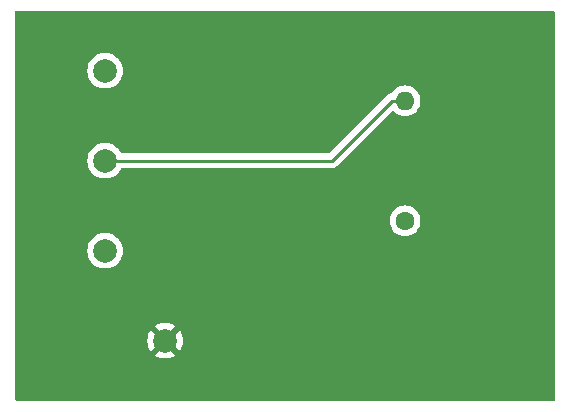
<source format=gbr>
%TF.GenerationSoftware,KiCad,Pcbnew,7.0.7*%
%TF.CreationDate,2023-08-20T03:56:38-07:00*%
%TF.ProjectId,Trial1,54726961-6c31-42e6-9b69-6361645f7063,rev?*%
%TF.SameCoordinates,Original*%
%TF.FileFunction,Copper,L2,Bot*%
%TF.FilePolarity,Positive*%
%FSLAX46Y46*%
G04 Gerber Fmt 4.6, Leading zero omitted, Abs format (unit mm)*
G04 Created by KiCad (PCBNEW 7.0.7) date 2023-08-20 03:56:38*
%MOMM*%
%LPD*%
G01*
G04 APERTURE LIST*
%TA.AperFunction,ComponentPad*%
%ADD10C,1.600000*%
%TD*%
%TA.AperFunction,ComponentPad*%
%ADD11O,1.600000X1.600000*%
%TD*%
%TA.AperFunction,ComponentPad*%
%ADD12C,2.000000*%
%TD*%
%TA.AperFunction,Conductor*%
%ADD13C,0.250000*%
%TD*%
G04 APERTURE END LIST*
D10*
%TO.P,R1,1*%
%TO.N,Net-(U1A--)*%
X142240000Y-104140000D03*
D11*
%TO.P,R1,2*%
%TO.N,Net-(U1D--)*%
X142240000Y-93980000D03*
%TD*%
D12*
%TO.P,VEE1,1,1*%
%TO.N,Net-(U1E-V-)*%
X121920000Y-114300000D03*
%TD*%
%TO.P,VCC1,1,1*%
%TO.N,Net-(U1E-V+)*%
X116840000Y-106680000D03*
%TD*%
%TO.P,Output1,1,1*%
%TO.N,Net-(U1D--)*%
X116840000Y-99060000D03*
%TD*%
%TO.P,Input1,1,1*%
%TO.N,Net-(U1A-+)*%
X116840000Y-91440000D03*
%TD*%
D13*
%TO.N,Net-(U1D--)*%
X136034700Y-99060000D02*
X141114700Y-93980000D01*
X116840000Y-99060000D02*
X136034700Y-99060000D01*
X142240000Y-93980000D02*
X141114700Y-93980000D01*
%TD*%
%TA.AperFunction,Conductor*%
%TO.N,Net-(U1E-V-)*%
G36*
X154882539Y-86380185D02*
G01*
X154928294Y-86432989D01*
X154939500Y-86484500D01*
X154939500Y-119255500D01*
X154919815Y-119322539D01*
X154867011Y-119368294D01*
X154815500Y-119379500D01*
X109344500Y-119379500D01*
X109277461Y-119359815D01*
X109231706Y-119307011D01*
X109220500Y-119255500D01*
X109220500Y-114300005D01*
X120414858Y-114300005D01*
X120435385Y-114547729D01*
X120435387Y-114547738D01*
X120496412Y-114788717D01*
X120596266Y-115016364D01*
X120696564Y-115169882D01*
X121311050Y-114555395D01*
X121372373Y-114521910D01*
X121442064Y-114526894D01*
X121497998Y-114568765D01*
X121503039Y-114576025D01*
X121503048Y-114576039D01*
X121538239Y-114630798D01*
X121653602Y-114730759D01*
X121651293Y-114733422D01*
X121686006Y-114773499D01*
X121695935Y-114842660D01*
X121666898Y-114906210D01*
X121660882Y-114912669D01*
X121049942Y-115523609D01*
X121096768Y-115560055D01*
X121096770Y-115560056D01*
X121315385Y-115678364D01*
X121315396Y-115678369D01*
X121550506Y-115759083D01*
X121795707Y-115800000D01*
X122044293Y-115800000D01*
X122289493Y-115759083D01*
X122524603Y-115678369D01*
X122524614Y-115678364D01*
X122743228Y-115560057D01*
X122743231Y-115560055D01*
X122790056Y-115523609D01*
X122179116Y-114912669D01*
X122145631Y-114851346D01*
X122150615Y-114781654D01*
X122187641Y-114732193D01*
X122186398Y-114730759D01*
X122193100Y-114724952D01*
X122301761Y-114630798D01*
X122336954Y-114576037D01*
X122389755Y-114530283D01*
X122458914Y-114520339D01*
X122522470Y-114549363D01*
X122528949Y-114555396D01*
X123143434Y-115169882D01*
X123243731Y-115016369D01*
X123343587Y-114788717D01*
X123404612Y-114547738D01*
X123404614Y-114547729D01*
X123425141Y-114300005D01*
X123425141Y-114299994D01*
X123404614Y-114052270D01*
X123404612Y-114052261D01*
X123343587Y-113811282D01*
X123243731Y-113583630D01*
X123143434Y-113430116D01*
X122528949Y-114044602D01*
X122467626Y-114078087D01*
X122397934Y-114073103D01*
X122342001Y-114031231D01*
X122336953Y-114023961D01*
X122301761Y-113969202D01*
X122186398Y-113869241D01*
X122188698Y-113866585D01*
X122153960Y-113826428D01*
X122144074Y-113757261D01*
X122173152Y-113693729D01*
X122179116Y-113687329D01*
X122790056Y-113076389D01*
X122743229Y-113039943D01*
X122524614Y-112921635D01*
X122524603Y-112921630D01*
X122289493Y-112840916D01*
X122044293Y-112800000D01*
X121795707Y-112800000D01*
X121550506Y-112840916D01*
X121315396Y-112921630D01*
X121315390Y-112921632D01*
X121096761Y-113039949D01*
X121049942Y-113076388D01*
X121049942Y-113076390D01*
X121660883Y-113687330D01*
X121694368Y-113748653D01*
X121689384Y-113818344D01*
X121652358Y-113867805D01*
X121653602Y-113869241D01*
X121538238Y-113969202D01*
X121503046Y-114023962D01*
X121450242Y-114069717D01*
X121381083Y-114079660D01*
X121317528Y-114050634D01*
X121311050Y-114044603D01*
X120696564Y-113430116D01*
X120596267Y-113583632D01*
X120496412Y-113811282D01*
X120435387Y-114052261D01*
X120435385Y-114052270D01*
X120414858Y-114299994D01*
X120414858Y-114300005D01*
X109220500Y-114300005D01*
X109220500Y-106680005D01*
X115334357Y-106680005D01*
X115354890Y-106927812D01*
X115354892Y-106927824D01*
X115415936Y-107168881D01*
X115515826Y-107396606D01*
X115651833Y-107604782D01*
X115651836Y-107604785D01*
X115820256Y-107787738D01*
X116016491Y-107940474D01*
X116235190Y-108058828D01*
X116470386Y-108139571D01*
X116715665Y-108180500D01*
X116964335Y-108180500D01*
X117209614Y-108139571D01*
X117444810Y-108058828D01*
X117663509Y-107940474D01*
X117859744Y-107787738D01*
X118028164Y-107604785D01*
X118164173Y-107396607D01*
X118264063Y-107168881D01*
X118325108Y-106927821D01*
X118345643Y-106680000D01*
X118325108Y-106432179D01*
X118264063Y-106191119D01*
X118164173Y-105963393D01*
X118164172Y-105963393D01*
X118028166Y-105755217D01*
X118006557Y-105731744D01*
X117859744Y-105572262D01*
X117663509Y-105419526D01*
X117663507Y-105419525D01*
X117663506Y-105419524D01*
X117444811Y-105301172D01*
X117444802Y-105301169D01*
X117209616Y-105220429D01*
X116964335Y-105179500D01*
X116715665Y-105179500D01*
X116470383Y-105220429D01*
X116235197Y-105301169D01*
X116235188Y-105301172D01*
X116016493Y-105419524D01*
X115820257Y-105572261D01*
X115651833Y-105755217D01*
X115515826Y-105963393D01*
X115415936Y-106191118D01*
X115354892Y-106432175D01*
X115354890Y-106432187D01*
X115334357Y-106679994D01*
X115334357Y-106680005D01*
X109220500Y-106680005D01*
X109220500Y-104140001D01*
X140934532Y-104140001D01*
X140954364Y-104366686D01*
X140954366Y-104366697D01*
X141013258Y-104586488D01*
X141013261Y-104586497D01*
X141109431Y-104792732D01*
X141109432Y-104792734D01*
X141239954Y-104979141D01*
X141400858Y-105140045D01*
X141400861Y-105140047D01*
X141587266Y-105270568D01*
X141793504Y-105366739D01*
X142013308Y-105425635D01*
X142175230Y-105439801D01*
X142239998Y-105445468D01*
X142240000Y-105445468D01*
X142240002Y-105445468D01*
X142296672Y-105440509D01*
X142466692Y-105425635D01*
X142686496Y-105366739D01*
X142892734Y-105270568D01*
X143079139Y-105140047D01*
X143240047Y-104979139D01*
X143370568Y-104792734D01*
X143466739Y-104586496D01*
X143525635Y-104366692D01*
X143545468Y-104140000D01*
X143525635Y-103913308D01*
X143466739Y-103693504D01*
X143370568Y-103487266D01*
X143240047Y-103300861D01*
X143240045Y-103300858D01*
X143079141Y-103139954D01*
X142892734Y-103009432D01*
X142892732Y-103009431D01*
X142686497Y-102913261D01*
X142686488Y-102913258D01*
X142466697Y-102854366D01*
X142466693Y-102854365D01*
X142466692Y-102854365D01*
X142466691Y-102854364D01*
X142466686Y-102854364D01*
X142240002Y-102834532D01*
X142239998Y-102834532D01*
X142013313Y-102854364D01*
X142013302Y-102854366D01*
X141793511Y-102913258D01*
X141793502Y-102913261D01*
X141587267Y-103009431D01*
X141587265Y-103009432D01*
X141400858Y-103139954D01*
X141239954Y-103300858D01*
X141109432Y-103487265D01*
X141109431Y-103487267D01*
X141013261Y-103693502D01*
X141013258Y-103693511D01*
X140954366Y-103913302D01*
X140954364Y-103913313D01*
X140934532Y-104139998D01*
X140934532Y-104140001D01*
X109220500Y-104140001D01*
X109220500Y-99060005D01*
X115334357Y-99060005D01*
X115354890Y-99307812D01*
X115354892Y-99307824D01*
X115415936Y-99548881D01*
X115515826Y-99776606D01*
X115651833Y-99984782D01*
X115651836Y-99984785D01*
X115820256Y-100167738D01*
X116016491Y-100320474D01*
X116235190Y-100438828D01*
X116470386Y-100519571D01*
X116715665Y-100560500D01*
X116964335Y-100560500D01*
X117209614Y-100519571D01*
X117444810Y-100438828D01*
X117663509Y-100320474D01*
X117859744Y-100167738D01*
X118028164Y-99984785D01*
X118164173Y-99776607D01*
X118164175Y-99776603D01*
X118171595Y-99759689D01*
X118216551Y-99706203D01*
X118283287Y-99685514D01*
X118285150Y-99685500D01*
X135951957Y-99685500D01*
X135967577Y-99687224D01*
X135967604Y-99686939D01*
X135975360Y-99687671D01*
X135975367Y-99687673D01*
X136044514Y-99685500D01*
X136074050Y-99685500D01*
X136080928Y-99684630D01*
X136086741Y-99684172D01*
X136133327Y-99682709D01*
X136152569Y-99677117D01*
X136171612Y-99673174D01*
X136191492Y-99670664D01*
X136234822Y-99653507D01*
X136240346Y-99651617D01*
X136244096Y-99650527D01*
X136285090Y-99638618D01*
X136302329Y-99628422D01*
X136319803Y-99619862D01*
X136338427Y-99612488D01*
X136338427Y-99612487D01*
X136338432Y-99612486D01*
X136376149Y-99585082D01*
X136381005Y-99581892D01*
X136421120Y-99558170D01*
X136435289Y-99543999D01*
X136450079Y-99531368D01*
X136466287Y-99519594D01*
X136495999Y-99483676D01*
X136499912Y-99479376D01*
X141112372Y-94866917D01*
X141173693Y-94833434D01*
X141243385Y-94838418D01*
X141287732Y-94866919D01*
X141400858Y-94980045D01*
X141400861Y-94980047D01*
X141587266Y-95110568D01*
X141793504Y-95206739D01*
X142013308Y-95265635D01*
X142175230Y-95279801D01*
X142239998Y-95285468D01*
X142240000Y-95285468D01*
X142240002Y-95285468D01*
X142296672Y-95280509D01*
X142466692Y-95265635D01*
X142686496Y-95206739D01*
X142892734Y-95110568D01*
X143079139Y-94980047D01*
X143240047Y-94819139D01*
X143370568Y-94632734D01*
X143466739Y-94426496D01*
X143525635Y-94206692D01*
X143545468Y-93980000D01*
X143525635Y-93753308D01*
X143466739Y-93533504D01*
X143370568Y-93327266D01*
X143240047Y-93140861D01*
X143240045Y-93140858D01*
X143079141Y-92979954D01*
X142892734Y-92849432D01*
X142892732Y-92849431D01*
X142686497Y-92753261D01*
X142686488Y-92753258D01*
X142466697Y-92694366D01*
X142466693Y-92694365D01*
X142466692Y-92694365D01*
X142466691Y-92694364D01*
X142466686Y-92694364D01*
X142240002Y-92674532D01*
X142239998Y-92674532D01*
X142013313Y-92694364D01*
X142013302Y-92694366D01*
X141793511Y-92753258D01*
X141793502Y-92753261D01*
X141587267Y-92849431D01*
X141587265Y-92849432D01*
X141400858Y-92979954D01*
X141239956Y-93140856D01*
X141125651Y-93304101D01*
X141071074Y-93347725D01*
X141027977Y-93356916D01*
X141016073Y-93357290D01*
X140996829Y-93362881D01*
X140977779Y-93366825D01*
X140957911Y-93369334D01*
X140914584Y-93386488D01*
X140909058Y-93388379D01*
X140864314Y-93401379D01*
X140864310Y-93401381D01*
X140847066Y-93411579D01*
X140829605Y-93420133D01*
X140810974Y-93427510D01*
X140810962Y-93427517D01*
X140773270Y-93454902D01*
X140768387Y-93458109D01*
X140728280Y-93481829D01*
X140714114Y-93495995D01*
X140699324Y-93508627D01*
X140683114Y-93520404D01*
X140683111Y-93520407D01*
X140653410Y-93556309D01*
X140649477Y-93560631D01*
X135811928Y-98398181D01*
X135750605Y-98431666D01*
X135724247Y-98434500D01*
X118285150Y-98434500D01*
X118218111Y-98414815D01*
X118172356Y-98362011D01*
X118171595Y-98360311D01*
X118164175Y-98343396D01*
X118028166Y-98135217D01*
X118006557Y-98111744D01*
X117859744Y-97952262D01*
X117663509Y-97799526D01*
X117663507Y-97799525D01*
X117663506Y-97799524D01*
X117444811Y-97681172D01*
X117444802Y-97681169D01*
X117209616Y-97600429D01*
X116964335Y-97559500D01*
X116715665Y-97559500D01*
X116470383Y-97600429D01*
X116235197Y-97681169D01*
X116235188Y-97681172D01*
X116016493Y-97799524D01*
X115820257Y-97952261D01*
X115651833Y-98135217D01*
X115515826Y-98343393D01*
X115415936Y-98571118D01*
X115354892Y-98812175D01*
X115354890Y-98812187D01*
X115334357Y-99059994D01*
X115334357Y-99060005D01*
X109220500Y-99060005D01*
X109220500Y-91440005D01*
X115334357Y-91440005D01*
X115354890Y-91687812D01*
X115354892Y-91687824D01*
X115415936Y-91928881D01*
X115515826Y-92156606D01*
X115651833Y-92364782D01*
X115651836Y-92364785D01*
X115820256Y-92547738D01*
X116016491Y-92700474D01*
X116235190Y-92818828D01*
X116470386Y-92899571D01*
X116715665Y-92940500D01*
X116964335Y-92940500D01*
X117209614Y-92899571D01*
X117444810Y-92818828D01*
X117663509Y-92700474D01*
X117859744Y-92547738D01*
X118028164Y-92364785D01*
X118164173Y-92156607D01*
X118264063Y-91928881D01*
X118325108Y-91687821D01*
X118345643Y-91440000D01*
X118325108Y-91192179D01*
X118264063Y-90951119D01*
X118164173Y-90723393D01*
X118164172Y-90723392D01*
X118028166Y-90515217D01*
X118006557Y-90491744D01*
X117859744Y-90332262D01*
X117663509Y-90179526D01*
X117663507Y-90179525D01*
X117663506Y-90179524D01*
X117444811Y-90061172D01*
X117444802Y-90061169D01*
X117209616Y-89980429D01*
X116964335Y-89939500D01*
X116715665Y-89939500D01*
X116470383Y-89980429D01*
X116235197Y-90061169D01*
X116235188Y-90061172D01*
X116016493Y-90179524D01*
X115820257Y-90332261D01*
X115651833Y-90515217D01*
X115515826Y-90723393D01*
X115415936Y-90951118D01*
X115354892Y-91192175D01*
X115354890Y-91192187D01*
X115334357Y-91439994D01*
X115334357Y-91440005D01*
X109220500Y-91440005D01*
X109220500Y-86484500D01*
X109240185Y-86417461D01*
X109292989Y-86371706D01*
X109344500Y-86360500D01*
X154815500Y-86360500D01*
X154882539Y-86380185D01*
G37*
%TD.AperFunction*%
%TD*%
M02*

</source>
